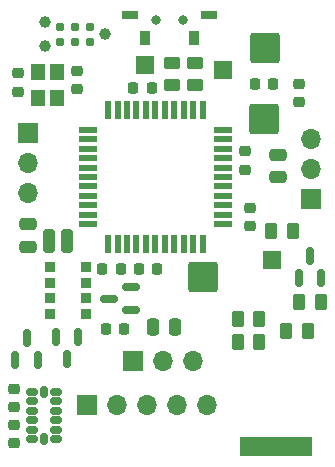
<source format=gbr>
%TF.GenerationSoftware,KiCad,Pcbnew,7.0.9-7.0.9~ubuntu23.10.1*%
%TF.CreationDate,2024-01-10T03:53:02+01:00*%
%TF.ProjectId,LED_poi,4c45445f-706f-4692-9e6b-696361645f70,A*%
%TF.SameCoordinates,Original*%
%TF.FileFunction,Soldermask,Top*%
%TF.FilePolarity,Negative*%
%FSLAX46Y46*%
G04 Gerber Fmt 4.6, Leading zero omitted, Abs format (unit mm)*
G04 Created by KiCad (PCBNEW 7.0.9-7.0.9~ubuntu23.10.1) date 2024-01-10 03:53:02*
%MOMM*%
%LPD*%
G01*
G04 APERTURE LIST*
G04 Aperture macros list*
%AMRoundRect*
0 Rectangle with rounded corners*
0 $1 Rounding radius*
0 $2 $3 $4 $5 $6 $7 $8 $9 X,Y pos of 4 corners*
0 Add a 4 corners polygon primitive as box body*
4,1,4,$2,$3,$4,$5,$6,$7,$8,$9,$2,$3,0*
0 Add four circle primitives for the rounded corners*
1,1,$1+$1,$2,$3*
1,1,$1+$1,$4,$5*
1,1,$1+$1,$6,$7*
1,1,$1+$1,$8,$9*
0 Add four rect primitives between the rounded corners*
20,1,$1+$1,$2,$3,$4,$5,0*
20,1,$1+$1,$4,$5,$6,$7,0*
20,1,$1+$1,$6,$7,$8,$9,0*
20,1,$1+$1,$8,$9,$2,$3,0*%
G04 Aperture macros list end*
%ADD10C,0.120000*%
%ADD11R,1.700000X1.700000*%
%ADD12O,1.700000X1.700000*%
%ADD13RoundRect,0.225000X-0.250000X0.225000X-0.250000X-0.225000X0.250000X-0.225000X0.250000X0.225000X0*%
%ADD14RoundRect,0.150000X-0.150000X0.587500X-0.150000X-0.587500X0.150000X-0.587500X0.150000X0.587500X0*%
%ADD15RoundRect,0.250000X-0.475000X0.250000X-0.475000X-0.250000X0.475000X-0.250000X0.475000X0.250000X0*%
%ADD16R,0.900000X0.900000*%
%ADD17RoundRect,0.249999X-1.025001X-1.025001X1.025001X-1.025001X1.025001X1.025001X-1.025001X1.025001X0*%
%ADD18C,0.800000*%
%ADD19R,0.889000X1.270000*%
%ADD20R,1.447800X0.787400*%
%ADD21RoundRect,0.250000X-0.262500X-0.450000X0.262500X-0.450000X0.262500X0.450000X-0.262500X0.450000X0*%
%ADD22RoundRect,0.250000X0.250000X0.475000X-0.250000X0.475000X-0.250000X-0.475000X0.250000X-0.475000X0*%
%ADD23RoundRect,0.225000X0.225000X0.250000X-0.225000X0.250000X-0.225000X-0.250000X0.225000X-0.250000X0*%
%ADD24RoundRect,0.250000X-0.450000X0.262500X-0.450000X-0.262500X0.450000X-0.262500X0.450000X0.262500X0*%
%ADD25R,1.200000X1.400000*%
%ADD26RoundRect,0.150000X0.150000X-0.587500X0.150000X0.587500X-0.150000X0.587500X-0.150000X-0.587500X0*%
%ADD27R,0.550000X1.500000*%
%ADD28R,1.500000X0.550000*%
%ADD29RoundRect,0.250000X-0.550000X-0.550000X0.550000X-0.550000X0.550000X0.550000X-0.550000X0.550000X0*%
%ADD30RoundRect,0.250000X0.262500X0.450000X-0.262500X0.450000X-0.262500X-0.450000X0.262500X-0.450000X0*%
%ADD31RoundRect,0.225000X-0.225000X-0.250000X0.225000X-0.250000X0.225000X0.250000X-0.225000X0.250000X0*%
%ADD32RoundRect,0.225000X0.250000X-0.225000X0.250000X0.225000X-0.250000X0.225000X-0.250000X-0.225000X0*%
%ADD33RoundRect,0.150000X0.587500X0.150000X-0.587500X0.150000X-0.587500X-0.150000X0.587500X-0.150000X0*%
%ADD34RoundRect,0.150000X-0.325000X-0.150000X0.325000X-0.150000X0.325000X0.150000X-0.325000X0.150000X0*%
%ADD35RoundRect,0.150000X-0.150000X-0.325000X0.150000X-0.325000X0.150000X0.325000X-0.150000X0.325000X0*%
%ADD36RoundRect,0.250000X-0.250000X-0.750000X0.250000X-0.750000X0.250000X0.750000X-0.250000X0.750000X0*%
%ADD37C,0.990600*%
%ADD38C,0.787400*%
G04 APERTURE END LIST*
D10*
%TO.C,REF\u002A\u002A*%
X98000000Y-82750000D02*
X104000000Y-82750000D01*
X104000000Y-82750000D02*
X104000000Y-84250000D01*
X104000000Y-84250000D02*
X98000000Y-84250000D01*
X98000000Y-84250000D02*
X98000000Y-82750000D01*
G36*
X98000000Y-82750000D02*
G01*
X104000000Y-82750000D01*
X104000000Y-84250000D01*
X98000000Y-84250000D01*
X98000000Y-82750000D01*
G37*
%TD*%
D11*
%TO.C,J11*%
X85000000Y-80000000D03*
D12*
X87540000Y-80000000D03*
X90080000Y-80000000D03*
X92620000Y-80000000D03*
X95160000Y-80000000D03*
%TD*%
D13*
%TO.C,C8*%
X79200000Y-51925000D03*
X79200000Y-53475000D03*
%TD*%
D14*
%TO.C,Q2*%
X84250000Y-74262500D03*
X82350000Y-74262500D03*
X83300000Y-76137500D03*
%TD*%
D15*
%TO.C,C3*%
X101200000Y-58800000D03*
X101200000Y-60700000D03*
%TD*%
D16*
%TO.C,RN1*%
X81900000Y-68300000D03*
X81900000Y-69640000D03*
X81900000Y-70960000D03*
X81900000Y-72300000D03*
X84900000Y-72300000D03*
X84900000Y-70960000D03*
X84900000Y-69640000D03*
X84900000Y-68300000D03*
%TD*%
D17*
%TO.C,J6*%
X100000000Y-55750000D03*
%TD*%
%TO.C,J9*%
X100100000Y-49800000D03*
%TD*%
D18*
%TO.C,SW1*%
X93150000Y-47400000D03*
X90850000Y-47400000D03*
D19*
X94095500Y-48897000D03*
X89904500Y-48897000D03*
D20*
X95378200Y-47004700D03*
X88621800Y-47004700D03*
%TD*%
D13*
%TO.C,C1*%
X103000000Y-52800000D03*
X103000000Y-54350000D03*
%TD*%
D21*
%TO.C,R5*%
X100600000Y-65300000D03*
X102425000Y-65300000D03*
%TD*%
D22*
%TO.C,C2*%
X92500000Y-73400000D03*
X90600000Y-73400000D03*
%TD*%
D23*
%TO.C,C5*%
X87875000Y-68475000D03*
X86325000Y-68475000D03*
%TD*%
D24*
%TO.C,R6*%
X94200000Y-51087500D03*
X94200000Y-52912500D03*
%TD*%
D25*
%TO.C,Y1*%
X82500000Y-54050000D03*
X82500000Y-51850000D03*
X80900000Y-51850000D03*
X80900000Y-54050000D03*
%TD*%
D26*
%TO.C,Q1*%
X102925000Y-69237500D03*
X104825000Y-69237500D03*
X103875000Y-67362500D03*
%TD*%
D24*
%TO.C,R3*%
X92200000Y-51087500D03*
X92200000Y-52912500D03*
%TD*%
D11*
%TO.C,J3*%
X88920000Y-76300000D03*
D12*
X91460000Y-76300000D03*
X94000000Y-76300000D03*
%TD*%
D27*
%TO.C,U1*%
X94800000Y-55000000D03*
X94000000Y-55000000D03*
X93200000Y-55000000D03*
X92400000Y-55000000D03*
X91600000Y-55000000D03*
X90800000Y-55000000D03*
X90000000Y-55000000D03*
X89200000Y-55000000D03*
X88400000Y-55000000D03*
X87600000Y-55000000D03*
X86800000Y-55000000D03*
D28*
X85100000Y-56700000D03*
X85100000Y-57500000D03*
X85100000Y-58300000D03*
X85100000Y-59100000D03*
X85100000Y-59900000D03*
X85100000Y-60700000D03*
X85100000Y-61500000D03*
X85100000Y-62300000D03*
X85100000Y-63100000D03*
X85100000Y-63900000D03*
X85100000Y-64700000D03*
D27*
X86800000Y-66400000D03*
X87600000Y-66400000D03*
X88400000Y-66400000D03*
X89200000Y-66400000D03*
X90000000Y-66400000D03*
X90800000Y-66400000D03*
X91600000Y-66400000D03*
X92400000Y-66400000D03*
X93200000Y-66400000D03*
X94000000Y-66400000D03*
X94800000Y-66400000D03*
D28*
X96500000Y-64700000D03*
X96500000Y-63900000D03*
X96500000Y-63100000D03*
X96500000Y-62300000D03*
X96500000Y-61500000D03*
X96500000Y-60700000D03*
X96500000Y-59900000D03*
X96500000Y-59100000D03*
X96500000Y-58300000D03*
X96500000Y-57500000D03*
X96500000Y-56700000D03*
%TD*%
D11*
%TO.C,J1*%
X80000000Y-56975000D03*
D12*
X80000000Y-59515000D03*
X80000000Y-62055000D03*
%TD*%
D29*
%TO.C,J8*%
X96500000Y-51600000D03*
%TD*%
%TO.C,J7*%
X100700000Y-67700000D03*
%TD*%
D30*
%TO.C,R7*%
X99612500Y-74700000D03*
X97787500Y-74700000D03*
%TD*%
D17*
%TO.C,J5*%
X94800000Y-69200000D03*
%TD*%
D31*
%TO.C,C9*%
X99200000Y-52800000D03*
X100750000Y-52800000D03*
%TD*%
%TO.C,C12*%
X89425000Y-68500000D03*
X90975000Y-68500000D03*
%TD*%
D26*
%TO.C,Q3*%
X78950000Y-76175000D03*
X80850000Y-76175000D03*
X79900000Y-74300000D03*
%TD*%
D21*
%TO.C,R1*%
X97787500Y-72700000D03*
X99612500Y-72700000D03*
%TD*%
D23*
%TO.C,C10*%
X90500000Y-53200000D03*
X88950000Y-53200000D03*
%TD*%
D11*
%TO.C,J2*%
X104000000Y-62525000D03*
D12*
X104000000Y-59985000D03*
X104000000Y-57445000D03*
%TD*%
D29*
%TO.C,J4*%
X89900000Y-51200000D03*
%TD*%
D21*
%TO.C,R4*%
X101887500Y-73700000D03*
X103712500Y-73700000D03*
%TD*%
D32*
%TO.C,C7*%
X84200000Y-53275000D03*
X84200000Y-51725000D03*
%TD*%
D13*
%TO.C,C11*%
X98400000Y-58525000D03*
X98400000Y-60075000D03*
%TD*%
%TO.C,C14*%
X78800000Y-78650000D03*
X78800000Y-80200000D03*
%TD*%
D33*
%TO.C,U2*%
X88737500Y-71950000D03*
X88737500Y-70050000D03*
X86862500Y-71000000D03*
%TD*%
D34*
%TO.C,U3*%
X80400000Y-78900000D03*
X80400000Y-79700000D03*
X80400000Y-80500000D03*
X80400000Y-81300000D03*
X80400000Y-82100000D03*
X80400000Y-82900000D03*
D35*
X81400000Y-82900000D03*
D34*
X82400000Y-82900000D03*
X82400000Y-82100000D03*
X82400000Y-81300000D03*
X82400000Y-80500000D03*
X82400000Y-79700000D03*
X82400000Y-78900000D03*
D35*
X81400000Y-78900000D03*
%TD*%
D30*
%TO.C,R2*%
X104800000Y-71300000D03*
X102975000Y-71300000D03*
%TD*%
D23*
%TO.C,C13*%
X88175000Y-73600000D03*
X86625000Y-73600000D03*
%TD*%
D36*
%TO.C,J12*%
X81800000Y-66100000D03*
%TD*%
D32*
%TO.C,C15*%
X78800000Y-83250000D03*
X78800000Y-81700000D03*
%TD*%
D37*
%TO.C,J10*%
X86540000Y-48600000D03*
X81460000Y-49616000D03*
X81460000Y-47584000D03*
D38*
X85270000Y-47965000D03*
X85270000Y-49235000D03*
X84000000Y-47965000D03*
X84000000Y-49235000D03*
X82730000Y-47965000D03*
X82730000Y-49235000D03*
%TD*%
D36*
%TO.C,J13*%
X83300000Y-66100000D03*
%TD*%
D15*
%TO.C,C4*%
X80000000Y-64700000D03*
X80000000Y-66600000D03*
%TD*%
D32*
%TO.C,C6*%
X98800000Y-64850000D03*
X98800000Y-63300000D03*
%TD*%
M02*

</source>
